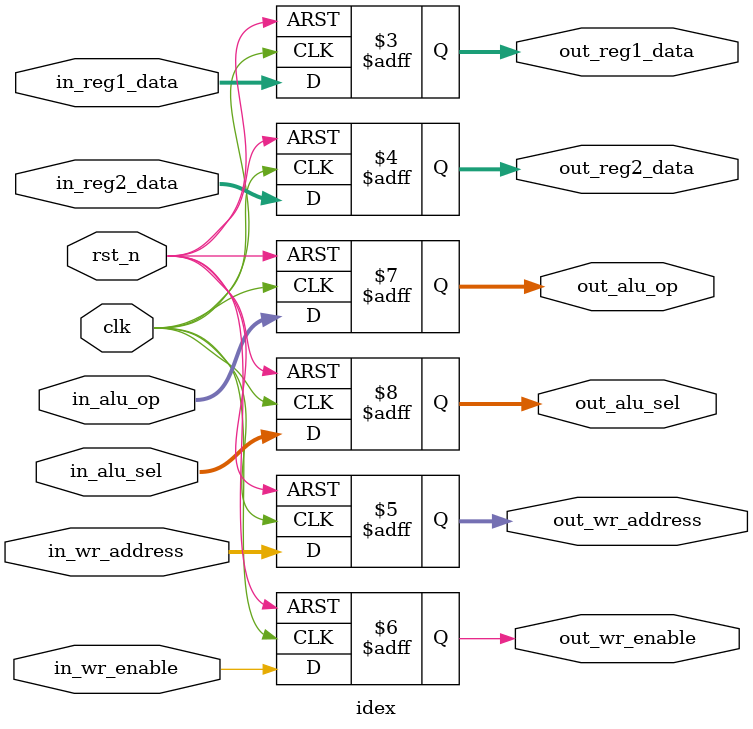
<source format=v>
/*
writtern by Yuyang Zhou, 
for the MIPS32 processor Jahangir pipeline stage2
to load the incoming data from the second stage and thus transmitt it to next stage
(executive)    essentially it is just a register
*/
module idex(
    input                   clk,
    input                   rst_n,
    //incoming data
    input           [31:0]      in_reg1_data,
    input           [31:0]      in_reg2_data,
    input           [4:0]       in_wr_address,
    input                       in_wr_enable,
    input           [7:0]       in_alu_op,
    input           [2:0]       in_alu_sel,
    //output them all
    output  reg     [31:0]      out_reg1_data,
    output  reg     [31:0]      out_reg2_data,
    output  reg     [4:0]       out_wr_address,
    output  reg                 out_wr_enable,
    output  reg     [7:0]       out_alu_op,
    output  reg     [2:0]       out_alu_sel
);
//============================================================================
//just load the data at the rising edge of clk signal
always @(posedge clk or negedge rst_n)begin
    if(!rst_n)begin
        out_reg1_data <= 32'h0000_0000;
        out_reg2_data <= 32'h0000_0000;
        out_wr_address <= 5'b0_0000;
        out_wr_enable <= 1'b0;
        out_alu_op <= 8'b0000_0000;
        out_alu_sel <= 3'b000;
    end
    else begin
        out_reg1_data <= in_reg1_data;
        out_reg2_data <= in_reg2_data;
        out_wr_address <= in_wr_address;
        out_wr_enable <= in_wr_enable;
        out_alu_op <= in_alu_op;
        out_alu_sel <= in_alu_sel;
    end
end
endmodule
</source>
